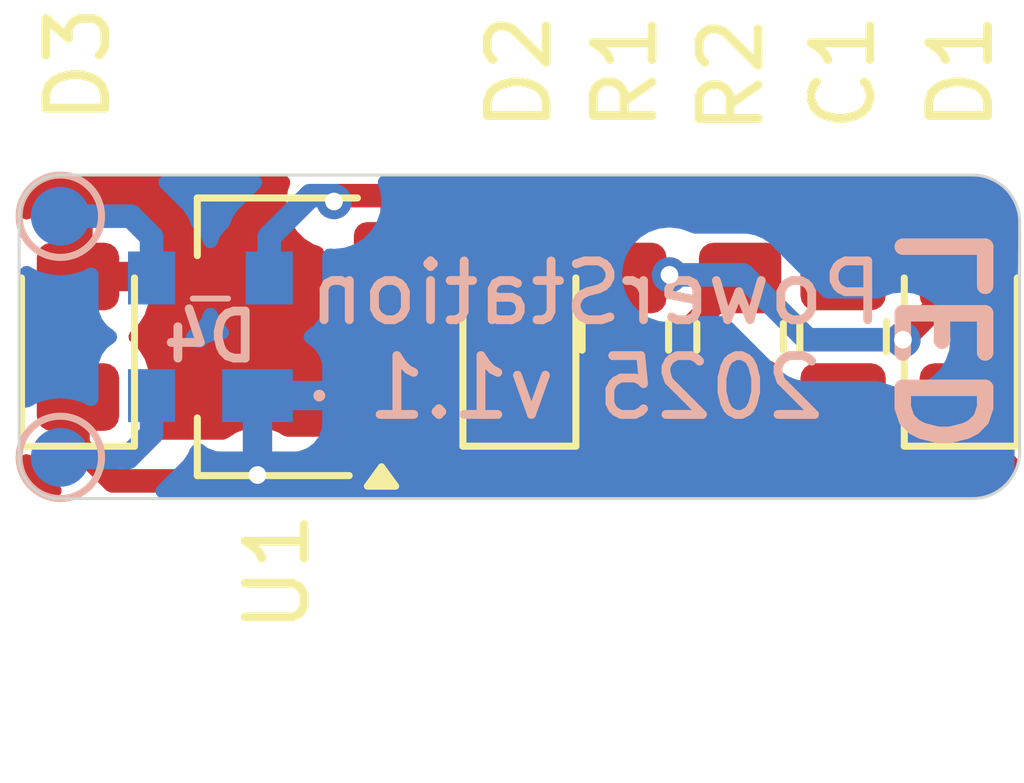
<source format=kicad_pcb>
(kicad_pcb (version 20240108) (generator "pcbnew") (generator_version "8.0")
  (layers (0 "F.Cu" signal) (31 "B.Cu" signal) (34 "B.Paste" user) (35 "F.Paste" user) (36 "B.SilkS" user "B.Silkscreen") (37 "F.SilkS" user "F.Silkscreen") (38 "B.Mask" user) (39 "F.Mask" user) (44 "Edge.Cuts" user))
  (net 0 "")
  (net 1 "Net-(D1-A)")
  (net 2 "Net-(U1-ADJ)")
  (net 3 "GND")
  (net 4 "Net-(D4-+)")
  (net 5 "Net-(D4-~_1)")
  (net 6 "Net-(D4-~_2)")
  (footprint "Package_TO_SOT_SMD:SOT-89-3" (layer "F.Cu") (at 104.3875 62.75 180)
    (property "Reference" "U1" (at 0 -4 90) (layer "F.SilkS"))
    (property "Value" "LM317L_SOT-89" (hide yes))
    (fp_line (start 1.36 2.36) (end -1.36 2.36) (stroke (width 0.12)) (layer "F.SilkS"))
    (fp_line (start 1.36 1.38) (end 1.36 2.36) (stroke (width 0.12)) (layer "F.SilkS"))
    (fp_line (start 1.36 -1.38) (end 1.36 -2.36) (stroke (width 0.12)) (layer "F.SilkS"))
    (fp_line (start -1.22 -2.36) (end 1.36 -2.36) (stroke (width 0.12)) (layer "F.SilkS"))
    (fp_poly (pts (xy -1.77 -2.21) (xy -2.01 -2.54) (xy -1.53 -2.54) (xy -1.77 -2.21)) (stroke (width 0.12)) (fill solid) (layer "F.SilkS"))
    (pad "1" smd roundrect (at -1.95 -1.5 180) (size 1.3 0.9) (layers "F.Cu" "F.Paste" "F.Mask") (net 2 "Net-(U1-ADJ)"))
    (pad "2" smd custom (at -1.8625 0 180) (size 1.475 0.9) (layers "F.Cu" "F.Paste" "F.Mask") (net 1 "Net-(D1-A)") (options (clearance outline) (anchor rect)) (primitives (gr_poly (pts (xy 3.8625 0.8665) (xy 0.7375 0.8665) (xy 0.7375 -0.8665) (xy 3.8625 -0.8665)) (width 0) (fill yes))))
    (pad "3" smd roundrect (at -1.95 1.5 180) (size 1.3 0.9) (layers "F.Cu" "F.Paste" "F.Mask") (net 4 "Net-(D4-+)"))
  )
  (footprint "Capacitor_SMD:C_0805_2012Metric_Pad1.18x1.45mm_HandSolder" (layer "F.Cu") (at 114 62.75 -90)
    (property "Reference" "C1" (at -4.5 0 -90) (layer "F.SilkS"))
    (property "Value" "100nF")
    (fp_line (start -0.261252 0.735) (end 0.261252 0.735) (stroke (width 0.12)) (layer "F.SilkS"))
    (fp_line (start -0.261252 -0.735) (end 0.261252 -0.735) (stroke (width 0.12)) (layer "F.SilkS"))
    (pad "1" smd roundrect (at -1.0375 0 270) (size 1.175 1.45) (layers "F.Cu" "F.Paste" "F.Mask") (roundrect_rratio 0.212766) (net 4 "Net-(D4-+)"))
    (pad "2" smd roundrect (at 1.0375 0 270) (size 1.175 1.45) (layers "F.Cu" "F.Paste" "F.Mask") (roundrect_rratio 0.212766) (net 3 "GND"))
  )
  (footprint "LED_SMD:LED_0805_2012Metric_Pad1.15x1.40mm_HandSolder" (layer "F.Cu") (at 116 62.75 90)
    (property "Reference" "D1" (at 4.5 0 90) (layer "F.SilkS"))
    (property "Value" "LED")
    (fp_line (start 1 -0.96) (end -1.86 -0.96) (stroke (width 0.12)) (layer "F.SilkS"))
    (fp_line (start -1.86 -0.96) (end -1.86 0.96) (stroke (width 0.12)) (layer "F.SilkS"))
    (fp_line (start -1.86 0.96) (end 1 0.96) (stroke (width 0.12)) (layer "F.SilkS"))
    (pad "1" smd roundrect (at -1.025 0 90) (size 1.15 1.4) (layers "F.Cu" "F.Paste" "F.Mask") (roundrect_rratio 0.217391) (net 3 "GND"))
    (pad "2" smd roundrect (at 1.025 0 90) (size 1.15 1.4) (layers "F.Cu" "F.Paste" "F.Mask") (roundrect_rratio 0.217391) (net 1 "Net-(D1-A)"))
  )
  (footprint "Resistor_SMD:R_0805_2012Metric_Pad1.20x1.40mm_HandSolder" (layer "F.Cu") (at 112.25 62.75 90)
    (property "Reference" "R2" (at 4.45 -0.15 90) (layer "F.SilkS"))
    (property "Value" "220R")
    (fp_line (start -0.227064 -0.735) (end 0.227064 -0.735) (stroke (width 0.12)) (layer "F.SilkS"))
    (fp_line (start -0.227064 0.735) (end 0.227064 0.735) (stroke (width 0.12)) (layer "F.SilkS"))
    (pad "1" smd roundrect (at -1 0 90) (size 1.2 1.4) (layers "F.Cu" "F.Paste" "F.Mask") (roundrect_rratio 0.208333) (net 3 "GND"))
    (pad "2" smd roundrect (at 1 0 90) (size 1.2 1.4) (layers "F.Cu" "F.Paste" "F.Mask") (roundrect_rratio 0.208333) (net 2 "Net-(U1-ADJ)"))
  )
  (footprint "LED_SMD:LED_0805_2012Metric_Pad1.15x1.40mm_HandSolder" (layer "F.Cu") (at 108.5 62.75 90)
    (property "Reference" "D2" (at 4.5 0 90) (layer "F.SilkS"))
    (property "Value" "LED")
    (fp_line (start 1 -0.96) (end -1.86 -0.96) (stroke (width 0.12)) (layer "F.SilkS"))
    (fp_line (start -1.86 -0.96) (end -1.86 0.96) (stroke (width 0.12)) (layer "F.SilkS"))
    (fp_line (start -1.86 0.96) (end 1 0.96) (stroke (width 0.12)) (layer "F.SilkS"))
    (pad "1" smd roundrect (at -1.025 0 90) (size 1.15 1.4) (layers "F.Cu" "F.Paste" "F.Mask") (roundrect_rratio 0.217391) (net 3 "GND"))
    (pad "2" smd roundrect (at 1.025 0 90) (size 1.15 1.4) (layers "F.Cu" "F.Paste" "F.Mask") (roundrect_rratio 0.217391) (net 1 "Net-(D1-A)"))
  )
  (footprint "Resistor_SMD:R_0805_2012Metric_Pad1.20x1.40mm_HandSolder" (layer "F.Cu") (at 110.3 62.75 90)
    (property "Reference" "R1" (at 4.5 0 90) (layer "F.SilkS"))
    (property "Value" "470R")
    (fp_line (start -0.227064 -0.735) (end 0.227064 -0.735) (stroke (width 0.12)) (layer "F.SilkS"))
    (fp_line (start -0.227064 0.735) (end 0.227064 0.735) (stroke (width 0.12)) (layer "F.SilkS"))
    (pad "1" smd roundrect (at -1 0 90) (size 1.2 1.4) (layers "F.Cu" "F.Paste" "F.Mask") (roundrect_rratio 0.208333) (net 2 "Net-(U1-ADJ)"))
    (pad "2" smd roundrect (at 1 0 90) (size 1.2 1.4) (layers "F.Cu" "F.Paste" "F.Mask") (roundrect_rratio 0.208333) (net 1 "Net-(D1-A)"))
  )
  (footprint "LED_SMD:LED_0805_2012Metric_Pad1.15x1.40mm_HandSolder" (layer "F.Cu") (at 101 62.75 90)
    (property "Reference" "D3" (at 4.625 0 90) (layer "F.SilkS"))
    (property "Value" "LED")
    (fp_line (start 1 -0.96) (end -1.86 -0.96) (stroke (width 0.12)) (layer "F.SilkS"))
    (fp_line (start -1.86 -0.96) (end -1.86 0.96) (stroke (width 0.12)) (layer "F.SilkS"))
    (fp_line (start -1.86 0.96) (end 1 0.96) (stroke (width 0.12)) (layer "F.SilkS"))
    (pad "1" smd roundrect (at -1.025 0 90) (size 1.15 1.4) (layers "F.Cu" "F.Paste" "F.Mask") (roundrect_rratio 0.217391) (net 3 "GND"))
    (pad "2" smd roundrect (at 1.025 0 90) (size 1.15 1.4) (layers "F.Cu" "F.Paste" "F.Mask") (roundrect_rratio 0.217391) (net 1 "Net-(D1-A)"))
  )
  (footprint "TestPoint:TestPoint_Pad_D1.0mm" (layer "B.Cu") (at 100.7 60.7 180)
    (property "Reference" "Ground1" (hide yes))
    (property "Value" "Ground" (hide yes))
    (fp_circle (center 0 0) (end 0 -0.7) (stroke (width 0.12)) (fill none) (layer "B.SilkS"))
    (pad "1" smd circle (at 0 0 180) (size 1 1) (layers "B.Cu" "B.Mask") (net 6 "Net-(D4-~_2)"))
  )
  (footprint "EC-parts:BAS4002ARPPE6327HTSA1" (layer "B.Cu") (at 103.25 62.75 180)
    (property "Reference" "D4" (at 0 0 0) (layer "B.SilkS") (effects (font (size 0.8 0.8)) (justify mirror)))
    (property "Value" "BAS4002ARPPE6327HTSA1" (hide yes))
    (fp_line (start 0.3 0.65) (end -0.3 0.65) (stroke (width 0.1)) (layer "B.SilkS"))
    (fp_line (start -1.8 -1) (end -1.8 -1) (stroke (width 0.1)) (layer "B.SilkS"))
    (fp_line (start -1.9 -1) (end -1.9 -1) (stroke (width 0.1)) (layer "B.SilkS"))
    (fp_arc (start -1.8 -1) (mid -1.85 -0.95) (end -1.9 -1) (stroke (width 0.1)) (layer "B.SilkS"))
    (fp_arc (start -1.9 -1) (mid -1.85 -1.05) (end -1.8 -1) (stroke (width 0.1)) (layer "B.SilkS"))
    (pad "1" smd rect (at -0.8 -1 90) (size 0.9 1.2) (layers "B.Cu" "B.Paste" "B.Mask") (net 3 "GND"))
    (pad "2" smd rect (at 1 -1 180) (size 0.8 0.9) (layers "B.Cu" "B.Paste" "B.Mask") (net 5 "Net-(D4-~_1)"))
    (pad "3" smd rect (at 1 1 180) (size 0.8 0.9) (layers "B.Cu" "B.Paste" "B.Mask") (net 6 "Net-(D4-~_2)"))
    (pad "4" smd rect (at -1 1 180) (size 0.8 0.9) (layers "B.Cu" "B.Paste" "B.Mask") (net 4 "Net-(D4-+)"))
  )
  (footprint "TestPoint:TestPoint_Pad_D1.0mm" (layer "B.Cu") (at 100.7 64.8 180)
    (property "Reference" "Supply1" (hide yes))
    (property "Value" "12V" (hide yes))
    (fp_circle (center 0 0) (end 0 -0.7) (stroke (width 0.12)) (fill none) (layer "B.SilkS"))
    (pad "1" smd circle (at 0 0 180) (size 1 1) (layers "B.Cu" "B.Mask") (net 5 "Net-(D4-~_1)"))
  )
  (gr_arc (start 100 60.7) (mid 100.205025 60.205025) (end 100.7 60) (stroke (width 0.05)) (layer "Edge.Cuts"))
  (gr_line (start 117 60.8) (end 117 64.7) (stroke (width 0.05)) (layer "Edge.Cuts"))
  (gr_arc (start 116.2 60) (mid 116.765685 60.234315) (end 117 60.8) (stroke (width 0.05)) (layer "Edge.Cuts"))
  (gr_line (start 116.2 65.5) (end 100.7 65.5) (stroke (width 0.05)) (layer "Edge.Cuts"))
  (gr_arc (start 100.7 65.5) (mid 100.205025 65.294975) (end 100 64.8) (stroke (width 0.05)) (layer "Edge.Cuts"))
  (gr_line (start 100 60.7) (end 100 64.8) (stroke (width 0.05)) (layer "Edge.Cuts"))
  (gr_arc (start 117 64.7) (mid 116.765685 65.265685) (end 116.2 65.5) (stroke (width 0.05)) (layer "Edge.Cuts"))
  (gr_line (start 100.7 60) (end 116.2 60) (stroke (width 0.05)) (layer "Edge.Cuts"))
  (gr_text "LED" (at 116.6 60.7 90) (layer "B.SilkS") (effects (font (size 1.4 1.4) (thickness 0.28) (bold yes)) (justify left bottom mirror)))
  (gr_text "PowerStation\n2025 v1.1" (at 109.8 64.2 0) (layer "B.SilkS") (effects (font (size 1 1)) (justify bottom mirror)))
  (segment (start 108.536219 61.7) (end 107.4 61.7) (width 0.4) (layer "F.Cu") (net 1))
  (segment (start 107.3875 61.7125) (end 107.3875 61.740118) (width 0.4) (layer "F.Cu") (net 1))
  (segment (start 107.4 61.7) (end 107.3875 61.7125) (width 0.4) (layer "F.Cu") (net 1))
  (segment (start 102.575 61.725) (end 101.275 61.725) (width 0.4) (layer "F.Cu") (net 1))
  (segment (start 108.443636 61.757417) (end 108.411219 61.725) (width 0.4) (layer "F.Cu") (net 1))
  (segment (start 116 61.817372) (end 116 61.725) (width 0.2) (layer "F.Cu") (net 1))
  (segment (start 103.6 62.75) (end 102.575 61.725) (width 0.4) (layer "F.Cu") (net 1))
  (segment (start 106.402618 62.725) (end 106.375 62.725) (width 0.4) (layer "F.Cu") (net 1))
  (segment (start 107.3875 61.740118) (end 106.402618 62.725) (width 0.4) (layer "F.Cu") (net 1))
  (segment (start 106.25 62.75) (end 103.6 62.75) (width 0.4) (layer "F.Cu") (net 1))
  (segment (start 111.05 61.697249) (end 110.352751 61.697249) (width 0.4) (layer "F.Cu") (net 1))
  (segment (start 108.5 61.725) (end 110.275 61.725) (width 0.2) (layer "F.Cu") (net 1))
  (segment (start 115.017372 62.8) (end 116 61.817372) (width 0.4) (layer "F.Cu") (net 1))
  (segment (start 110.2 62.015545) (end 110.2 61.75) (width 0.2) (layer "F.Cu") (net 1))
  (segment (start 110.352751 61.697249) (end 110.3 61.75) (width 0.4) (layer "F.Cu") (net 1))
  (segment (start 110.275 61.725) (end 110.3 61.75) (width 0.2) (layer "F.Cu") (net 1))
  (via (at 115.017372 62.8) (size 0.6) (drill 0.3) (layers "F.Cu" "B.Cu") (net 1))
  (via (at 111.05 61.697249) (size 0.6) (drill 0.3) (layers "F.Cu" "B.Cu") (net 1))
  (segment (start 112.297249 61.697249) (end 111.05 61.697249) (width 0.4) (layer "B.Cu") (net 1))
  (segment (start 112.337416 61.737416) (end 112.297249 61.697249) (width 0.4) (layer "B.Cu") (net 1))
  (segment (start 112.337416 61.737416) (end 113.4 62.8) (width 0.4) (layer "B.Cu") (net 1))
  (segment (start 113.4 62.8) (end 115.017372 62.8) (width 0.4) (layer "B.Cu") (net 1))
  (segment (start 107.15 64.2) (end 106.2875 64.2) (width 0.4) (layer "F.Cu") (net 2))
  (segment (start 107.3925 63.9575) (end 107.15 64.2) (width 0.4) (layer "F.Cu") (net 2))
  (segment (start 111.275 62.725) (end 112.25 61.75) (width 0.4) (layer "F.Cu") (net 2))
  (segment (start 107.7 62.8) (end 107.3925 63.1075) (width 0.4) (layer "F.Cu") (net 2))
  (segment (start 111.2 62.75) (end 110.2 63.75) (width 0.4) (layer "F.Cu") (net 2))
  (segment (start 109.35 62.8) (end 107.7 62.8) (width 0.4) (layer "F.Cu") (net 2))
  (segment (start 110.3 63.75) (end 109.35 62.8) (width 0.4) (layer "F.Cu") (net 2))
  (segment (start 107.3925 63.1075) (end 107.3925 63.9575) (width 0.4) (layer "F.Cu") (net 2))
  (segment (start 111.275 62.75) (end 111.2 62.75) (width 0.2) (layer "F.Cu") (net 2))
  (segment (start 106.2875 64.2) (end 106.3375 64.25) (width 0.2) (layer "F.Cu") (net 2))
  (segment (start 111.275 62.75) (end 111.275 62.725) (width 0.2) (layer "F.Cu") (net 2))
  (segment (start 112.25 65.15) (end 112.3 65.2) (width 0.2) (layer "F.Cu") (net 3))
  (segment (start 116 63.775) (end 116 64) (width 0.2) (layer "F.Cu") (net 3))
  (segment (start 104.05 65.1) (end 103.95 65.2) (width 0.4) (layer "F.Cu") (net 3))
  (segment (start 114.85 65.15) (end 112.35 65.15) (width 0.4) (layer "F.Cu") (net 3))
  (segment (start 112.25 63.75) (end 112.25 65.15) (width 0.4) (layer "F.Cu") (net 3))
  (segment (start 101.6 65.2) (end 101 64.6) (width 0.4) (layer "F.Cu") (net 3))
  (segment (start 108.5 65.1) (end 108.6 65.2) (width 0.2) (layer "F.Cu") (net 3))
  (segment (start 114 65) (end 114 63.7875) (width 0.4) (layer "F.Cu") (net 3))
  (segment (start 116 64) (end 114.85 65.15) (width 0.4) (layer "F.Cu") (net 3))
  (segment (start 112.25 65.15) (end 108.65 65.15) (width 0.4) (layer "F.Cu") (net 3))
  (segment (start 104.15 65.2) (end 104.05 65.1) (width 0.2) (layer "F.Cu") (net 3))
  (segment (start 108.55 65.15) (end 104.1 65.15) (width 0.4) (layer "F.Cu") (net 3))
  (segment (start 104.1 65.15) (end 104.05 65.1) (width 0.4) (layer "F.Cu") (net 3))
  (segment (start 108.5 63.775) (end 108.5 65.1) (width 0.4) (layer "F.Cu") (net 3))
  (segment (start 101 64.6) (end 101 63.75) (width 0.4) (layer "F.Cu") (net 3))
  (segment (start 103.95 65.2) (end 101.6 65.2) (width 0.4) (layer "F.Cu") (net 3))
  (via (at 104.05 65.1) (size 0.6) (drill 0.3) (layers "F.Cu" "B.Cu") (net 3))
  (segment (start 106.15 61.25) (end 106.3375 61.25) (width 0.4) (layer "F.Cu") (net 4))
  (segment (start 114 60.9) (end 114 61.7125) (width 0.4) (layer "F.Cu") (net 4))
  (segment (start 106.3375 61.25) (end 106.3375 60.35) (width 0.4) (layer "F.Cu") (net 4))
  (segment (start 105.45 60.35) (end 113.45 60.35) (width 0.4) (layer "F.Cu") (net 4))
  (segment (start 113.45 60.35) (end 114 60.9) (width 0.4) (layer "F.Cu") (net 4))
  (segment (start 105.35 60.45) (end 105.45 60.35) (width 0.4) (layer "F.Cu") (net 4))
  (via (at 105.35 60.45) (size 0.6) (drill 0.3) (layers "F.Cu" "B.Cu") (net 4))
  (segment (start 105.35 60.45) (end 105.25 60.35) (width 0.4) (layer "B.Cu") (net 4))
  (segment (start 105.25 60.35) (end 104.95 60.35) (width 0.4) (layer "B.Cu") (net 4))
  (segment (start 104.95 60.35) (end 104.25 61.05) (width 0.4) (layer "B.Cu") (net 4))
  (segment (start 104.25 61.05) (end 104.25 61.75) (width 0.4) (layer "B.Cu") (net 4))
  (segment (start 102.25 64.4) (end 102.25 63.75) (width 0.4) (layer "B.Cu") (net 5))
  (segment (start 100.7 64.8) (end 101.85 64.8) (width 0.4) (layer "B.Cu") (net 5))
  (segment (start 101.85 64.8) (end 102.25 64.4) (width 0.4) (layer "B.Cu") (net 5))
  (segment (start 102.25 61.05) (end 102.25 61.75) (width 0.4) (layer "B.Cu") (net 6))
  (segment (start 100.7 60.7) (end 101.9 60.7) (width 0.4) (layer "B.Cu") (net 6))
  (segment (start 101.9 60.7) (end 102.25 61.05) (width 0.4) (layer "B.Cu") (net 6))
  (zone (net 1) (net_name "Net-(D1-A)") (layer "F.Cu") (priority 1) (connect_pads (clearance 0.5)) (min_thickness 0.25) (fill yes (thermal_gap 0.5) (thermal_bridge_width 0.5) (island_removal_mode 1) (island_area_min 10))
    (polygon (pts (xy 100 59.95) (xy 117.05 59.95) (xy 117.05 65.5) (xy 100 65.5)))
  )
  (zone (net 3) (net_name "GND") (layer "B.Cu") (connect_pads (clearance 0.5)) (min_thickness 0.25) (fill yes (thermal_gap 0.5) (thermal_bridge_width 0.5) (island_removal_mode 1) (island_area_min 10))
    (polygon (pts (xy 100 60) (xy 117 60) (xy 116.9 65.5) (xy 100 65.5)))
  )
)
</source>
